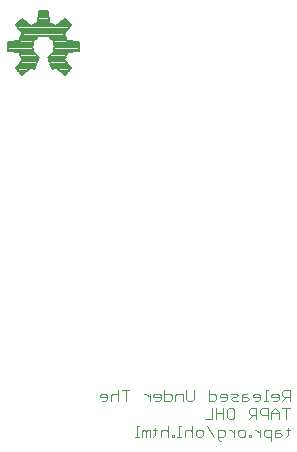
<source format=gbo>
G75*
%MOIN*%
%OFA0B0*%
%FSLAX24Y24*%
%IPPOS*%
%LPD*%
%AMOC8*
5,1,8,0,0,1.08239X$1,22.5*
%
%ADD10C,0.0079*%
%ADD11C,0.0030*%
D10*
X008084Y012605D02*
X008381Y012847D01*
X008440Y012814D01*
X008501Y012786D01*
X008670Y013195D01*
X008606Y013229D01*
X008550Y013275D01*
X008505Y013331D01*
X008470Y013395D01*
X008449Y013464D01*
X008442Y013536D01*
X008449Y013608D01*
X008470Y013677D01*
X008505Y013741D01*
X008550Y013797D01*
X008606Y013843D01*
X008670Y013877D01*
X008739Y013898D01*
X008811Y013905D01*
X008883Y013898D01*
X008953Y013877D01*
X009016Y013843D01*
X009072Y013797D01*
X009118Y013741D01*
X009152Y013677D01*
X009173Y013608D01*
X009181Y013536D01*
X009173Y013464D01*
X009152Y013395D01*
X009118Y013331D01*
X009072Y013275D01*
X009016Y013229D01*
X008953Y013195D01*
X009122Y012786D01*
X009183Y012814D01*
X009242Y012847D01*
X009539Y012605D01*
X009742Y012809D01*
X009500Y013106D01*
X009543Y013184D01*
X009578Y013267D01*
X009603Y013353D01*
X009984Y013392D01*
X009984Y013680D01*
X009603Y013718D01*
X009578Y013805D01*
X009543Y013888D01*
X009500Y013966D01*
X009742Y014263D01*
X009539Y014467D01*
X009242Y014224D01*
X009163Y014268D01*
X009080Y014302D01*
X008994Y014327D01*
X008955Y014708D01*
X008667Y014708D01*
X008629Y014327D01*
X008543Y014302D01*
X008460Y014268D01*
X008381Y014224D01*
X008084Y014467D01*
X007881Y014263D01*
X008123Y013966D01*
X008080Y013888D01*
X008045Y013805D01*
X008020Y013718D01*
X007639Y013680D01*
X007639Y013392D01*
X008020Y013353D01*
X008045Y013267D01*
X008080Y013184D01*
X008123Y013106D01*
X007881Y012809D01*
X008084Y012605D01*
X008026Y012663D02*
X008155Y012663D01*
X008250Y012740D02*
X007949Y012740D01*
X007888Y012817D02*
X008345Y012817D01*
X008433Y012817D02*
X008514Y012817D01*
X008546Y012895D02*
X007951Y012895D01*
X008014Y012972D02*
X008578Y012972D01*
X008610Y013049D02*
X008077Y013049D01*
X008111Y013126D02*
X008642Y013126D01*
X008654Y013204D02*
X008071Y013204D01*
X008041Y013281D02*
X008545Y013281D01*
X008490Y013358D02*
X007972Y013358D01*
X007639Y013435D02*
X008458Y013435D01*
X008445Y013513D02*
X007639Y013513D01*
X007639Y013590D02*
X008448Y013590D01*
X008467Y013667D02*
X007639Y013667D01*
X008028Y013744D02*
X008507Y013744D01*
X008581Y013822D02*
X008052Y013822D01*
X008086Y013899D02*
X008749Y013899D01*
X008874Y013899D02*
X009537Y013899D01*
X009508Y013976D02*
X008115Y013976D01*
X008052Y014053D02*
X009571Y014053D01*
X009634Y014131D02*
X007989Y014131D01*
X007926Y014208D02*
X009697Y014208D01*
X009720Y014285D02*
X009316Y014285D01*
X009411Y014362D02*
X009643Y014362D01*
X009566Y014439D02*
X009505Y014439D01*
X009121Y014285D02*
X008501Y014285D01*
X008632Y014362D02*
X008991Y014362D01*
X008983Y014439D02*
X008640Y014439D01*
X008648Y014517D02*
X008975Y014517D01*
X008967Y014594D02*
X008656Y014594D01*
X008664Y014671D02*
X008959Y014671D01*
X008307Y014285D02*
X007903Y014285D01*
X007980Y014362D02*
X008212Y014362D01*
X008117Y014439D02*
X008057Y014439D01*
X009042Y013822D02*
X009571Y013822D01*
X009595Y013744D02*
X009115Y013744D01*
X009155Y013667D02*
X009984Y013667D01*
X009984Y013590D02*
X009175Y013590D01*
X009178Y013513D02*
X009984Y013513D01*
X009984Y013435D02*
X009165Y013435D01*
X009133Y013358D02*
X009651Y013358D01*
X009582Y013281D02*
X009077Y013281D01*
X008969Y013204D02*
X009551Y013204D01*
X009512Y013126D02*
X008981Y013126D01*
X009013Y013049D02*
X009546Y013049D01*
X009609Y012972D02*
X009045Y012972D01*
X009077Y012895D02*
X009672Y012895D01*
X009735Y012817D02*
X009278Y012817D01*
X009189Y012817D02*
X009109Y012817D01*
X009373Y012740D02*
X009674Y012740D01*
X009596Y012663D02*
X009468Y012663D01*
D11*
X010693Y001845D02*
X010940Y001845D01*
X010940Y001783D02*
X010940Y001907D01*
X010879Y001969D01*
X010755Y001969D01*
X010693Y001907D01*
X010693Y001845D01*
X010755Y001722D02*
X010879Y001722D01*
X010940Y001783D01*
X011062Y001722D02*
X011062Y001907D01*
X011123Y001969D01*
X011247Y001969D01*
X011309Y001907D01*
X011309Y002092D02*
X011309Y001722D01*
X011554Y001722D02*
X011554Y002092D01*
X011677Y002092D02*
X011430Y002092D01*
X012167Y001969D02*
X012229Y001969D01*
X012352Y001845D01*
X012474Y001845D02*
X012721Y001845D01*
X012721Y001783D02*
X012721Y001907D01*
X012659Y001969D01*
X012535Y001969D01*
X012474Y001907D01*
X012474Y001845D01*
X012535Y001722D02*
X012659Y001722D01*
X012721Y001783D01*
X012842Y001722D02*
X013027Y001722D01*
X013089Y001783D01*
X013089Y001907D01*
X013027Y001969D01*
X012842Y001969D01*
X012842Y002092D02*
X012842Y001722D01*
X013210Y001722D02*
X013210Y001907D01*
X013272Y001969D01*
X013457Y001969D01*
X013457Y001722D01*
X013579Y001783D02*
X013579Y002092D01*
X013825Y002092D02*
X013825Y001783D01*
X013764Y001722D01*
X013640Y001722D01*
X013579Y001783D01*
X014315Y001722D02*
X014500Y001722D01*
X014562Y001783D01*
X014562Y001907D01*
X014500Y001969D01*
X014315Y001969D01*
X014315Y002092D02*
X014315Y001722D01*
X014439Y001492D02*
X014439Y001122D01*
X014192Y001122D01*
X014254Y000892D02*
X014501Y000522D01*
X014622Y000522D02*
X014807Y000522D01*
X014869Y000583D01*
X014869Y000707D01*
X014807Y000769D01*
X014622Y000769D01*
X014622Y000460D01*
X014684Y000398D01*
X014746Y000398D01*
X015176Y000522D02*
X015176Y000769D01*
X015053Y000769D02*
X014991Y000769D01*
X015053Y000769D02*
X015176Y000645D01*
X015297Y000583D02*
X015297Y000707D01*
X015359Y000769D01*
X015483Y000769D01*
X015544Y000707D01*
X015544Y000583D01*
X015483Y000522D01*
X015359Y000522D01*
X015297Y000583D01*
X015667Y000583D02*
X015667Y000522D01*
X015728Y000522D01*
X015728Y000583D01*
X015667Y000583D01*
X015850Y000769D02*
X015912Y000769D01*
X016035Y000645D01*
X016035Y000522D02*
X016035Y000769D01*
X016157Y000707D02*
X016157Y000583D01*
X016219Y000522D01*
X016404Y000522D01*
X016525Y000522D02*
X016710Y000522D01*
X016772Y000583D01*
X016710Y000645D01*
X016525Y000645D01*
X016525Y000707D02*
X016525Y000522D01*
X016404Y000398D02*
X016404Y000769D01*
X016219Y000769D01*
X016157Y000707D01*
X016525Y000707D02*
X016587Y000769D01*
X016710Y000769D01*
X016894Y000769D02*
X017018Y000769D01*
X016956Y000830D02*
X016956Y000583D01*
X016894Y000522D01*
X016894Y001122D02*
X016894Y001492D01*
X016771Y001492D02*
X017018Y001492D01*
X017018Y001722D02*
X017018Y002092D01*
X016832Y002092D01*
X016771Y002030D01*
X016771Y001907D01*
X016832Y001845D01*
X017018Y001845D01*
X016894Y001845D02*
X016771Y001722D01*
X016649Y001783D02*
X016587Y001722D01*
X016464Y001722D01*
X016402Y001845D02*
X016649Y001845D01*
X016649Y001783D02*
X016649Y001907D01*
X016587Y001969D01*
X016464Y001969D01*
X016402Y001907D01*
X016402Y001845D01*
X016281Y001722D02*
X016157Y001722D01*
X016219Y001722D02*
X016219Y002092D01*
X016281Y002092D01*
X016035Y001907D02*
X015974Y001969D01*
X015850Y001969D01*
X015788Y001907D01*
X015788Y001845D01*
X016035Y001845D01*
X016035Y001783D02*
X016035Y001907D01*
X016035Y001783D02*
X015974Y001722D01*
X015850Y001722D01*
X015667Y001783D02*
X015605Y001722D01*
X015420Y001722D01*
X015420Y001907D01*
X015482Y001969D01*
X015605Y001969D01*
X015605Y001845D02*
X015420Y001845D01*
X015299Y001907D02*
X015237Y001969D01*
X015052Y001969D01*
X014930Y001907D02*
X014869Y001969D01*
X014745Y001969D01*
X014684Y001907D01*
X014684Y001845D01*
X014930Y001845D01*
X014930Y001783D02*
X014930Y001907D01*
X014930Y001783D02*
X014869Y001722D01*
X014745Y001722D01*
X014808Y001492D02*
X014808Y001122D01*
X014929Y001183D02*
X014929Y001430D01*
X014991Y001492D01*
X015114Y001492D01*
X015176Y001430D01*
X015176Y001183D01*
X015114Y001122D01*
X014991Y001122D01*
X014929Y001183D01*
X014808Y001307D02*
X014561Y001307D01*
X014561Y001492D02*
X014561Y001122D01*
X014132Y000707D02*
X014132Y000583D01*
X014071Y000522D01*
X013947Y000522D01*
X013886Y000583D01*
X013886Y000707D01*
X013947Y000769D01*
X014071Y000769D01*
X014132Y000707D01*
X013764Y000707D02*
X013702Y000769D01*
X013579Y000769D01*
X013517Y000707D01*
X013517Y000522D01*
X013396Y000522D02*
X013272Y000522D01*
X013334Y000522D02*
X013334Y000892D01*
X013396Y000892D01*
X013764Y000892D02*
X013764Y000522D01*
X013150Y000522D02*
X013088Y000522D01*
X013088Y000583D01*
X013150Y000583D01*
X013150Y000522D01*
X012966Y000522D02*
X012966Y000892D01*
X012904Y000769D02*
X012781Y000769D01*
X012719Y000707D01*
X012719Y000522D01*
X012536Y000583D02*
X012474Y000522D01*
X012536Y000583D02*
X012536Y000830D01*
X012598Y000769D02*
X012474Y000769D01*
X012352Y000769D02*
X012352Y000522D01*
X012229Y000522D02*
X012229Y000707D01*
X012167Y000769D01*
X012105Y000707D01*
X012105Y000522D01*
X011984Y000522D02*
X011860Y000522D01*
X011922Y000522D02*
X011922Y000892D01*
X011984Y000892D01*
X012229Y000707D02*
X012290Y000769D01*
X012352Y000769D01*
X012904Y000769D02*
X012966Y000707D01*
X012352Y001722D02*
X012352Y001969D01*
X015052Y001783D02*
X015114Y001722D01*
X015299Y001722D01*
X015237Y001845D02*
X015114Y001845D01*
X015052Y001783D01*
X015237Y001845D02*
X015299Y001907D01*
X015605Y001845D02*
X015667Y001783D01*
X015727Y001492D02*
X015666Y001430D01*
X015666Y001307D01*
X015727Y001245D01*
X015913Y001245D01*
X015913Y001122D02*
X015913Y001492D01*
X015727Y001492D01*
X015789Y001245D02*
X015666Y001122D01*
X016034Y001307D02*
X016034Y001430D01*
X016096Y001492D01*
X016281Y001492D01*
X016281Y001122D01*
X016402Y001122D02*
X016402Y001369D01*
X016526Y001492D01*
X016649Y001369D01*
X016649Y001122D01*
X016649Y001307D02*
X016402Y001307D01*
X016281Y001245D02*
X016096Y001245D01*
X016034Y001307D01*
M02*

</source>
